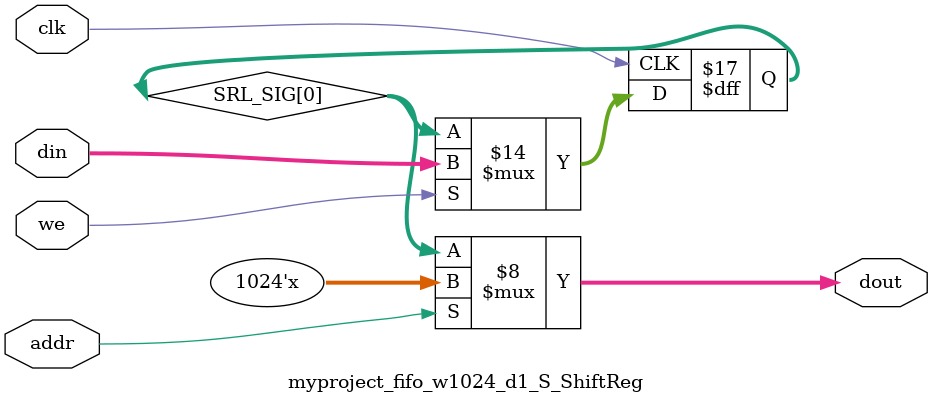
<source format=v>

`timescale 1ns/1ps

module myproject_fifo_w1024_d1_S
#(parameter
    MEM_STYLE    = "shiftReg",
    DATA_WIDTH   = 1024,
    ADDR_WIDTH   = 1,
    DEPTH        = 1)
(
    // system signal
    input  wire                  clk,
    input  wire                  reset,

    // write
    output wire                  if_full_n,
    input  wire                  if_write_ce,
    input  wire                  if_write,
    input  wire [DATA_WIDTH-1:0] if_din,
    
    // read 
    output wire [ADDR_WIDTH:0]   if_num_data_valid, // for FRP
    output wire [ADDR_WIDTH:0]   if_fifo_cap,       // for FRP

    output wire                  if_empty_n,
    input  wire                  if_read_ce,
    input  wire                  if_read,
    output wire [DATA_WIDTH-1:0] if_dout
);
//------------------------Parameter----------------------
localparam 
    SRL_DEPTH    = DEPTH,
    SRL_AWIDTH   = ADDR_WIDTH;
//------------------------Local signal-------------------
    reg  [SRL_AWIDTH-1:0] addr;
    wire                  push;
    wire                  pop;
    reg  [SRL_AWIDTH:0]   mOutPtr;
    reg                   empty_n = 1'b0;
    reg                   full_n = 1'b1; 

//------------------------Instantiation------------------
    myproject_fifo_w1024_d1_S_ShiftReg 
    #(  .DATA_WIDTH (DATA_WIDTH),
        .ADDR_WIDTH (SRL_AWIDTH),
        .DEPTH      (SRL_DEPTH))
    U_myproject_fifo_w1024_d1_S_ShiftReg (
        .clk        (clk),
        .we         (push),
        .addr       (addr),
        .din        (if_din),
        .dout       (if_dout)
    );
//------------------------Task and function--------------

//------------------------Body---------------------------
    // num_data_valid 
    assign if_num_data_valid = mOutPtr;
    assign if_fifo_cap       = DEPTH;

    // almost full/empty 

    // program full/empty 

    assign if_full_n  = full_n; 
    assign if_empty_n = empty_n;

    assign push       = full_n & if_write_ce & if_write;
    assign pop        = empty_n & if_read_ce & if_read;

    // addr
    always @(posedge clk) begin
        if (reset)
            addr <= {SRL_AWIDTH{1'b0}};
        else if (push & ~pop && empty_n)
            addr <= addr + 1'b1;
        else if (~push & pop && (mOutPtr != 1))
            addr <= addr - 1'b1;
    end

    // mOutPtr
    always @(posedge clk) begin
        if (reset)
            mOutPtr <= {SRL_AWIDTH+1{1'b0}};
        else if (push & ~pop)
            mOutPtr <= mOutPtr + 1'b1;
        else if (~push & pop)
            mOutPtr <= mOutPtr - 1'b1;
    end

    // full_n
    always @(posedge clk) begin
        if (reset)
            full_n <= 1'b1;
        else if ((push & ~pop) && (mOutPtr == DEPTH - 1))
            full_n <= 1'b0;
        else if (~push & pop)
            full_n <= 1'b1;
    end

    // empty_n
    always @(posedge clk) begin
        if (reset)
            empty_n <= 1'b0;
        else if (push & ~pop)
            empty_n <= 1'b1;
        else if ((~push & pop) && (mOutPtr == 1))
            empty_n <= 1'b0;
    end

    // almost_full_n 

    // almost_empty_n 

    // prog_full_n 
 
    // prog_empty_n 

endmodule  


module myproject_fifo_w1024_d1_S_ShiftReg
#(parameter
    DATA_WIDTH  = 1024,
    ADDR_WIDTH  = 1,
    DEPTH       = 1)
(
    input  wire                  clk,
    input  wire                  we,
    input  wire [ADDR_WIDTH-1:0] addr,
    input  wire [DATA_WIDTH-1:0] din,
    output wire [DATA_WIDTH-1:0] dout
);

    reg [DATA_WIDTH-1:0] SRL_SIG [0:DEPTH-1];
    integer i;

    always @(posedge clk) begin
        if (we) begin
            for (i=0; i<DEPTH-1; i=i+1)
                SRL_SIG[i+1] <= SRL_SIG[i];
            SRL_SIG[0] <= din;
        end
    end

    assign dout = SRL_SIG[addr];

endmodule
</source>
